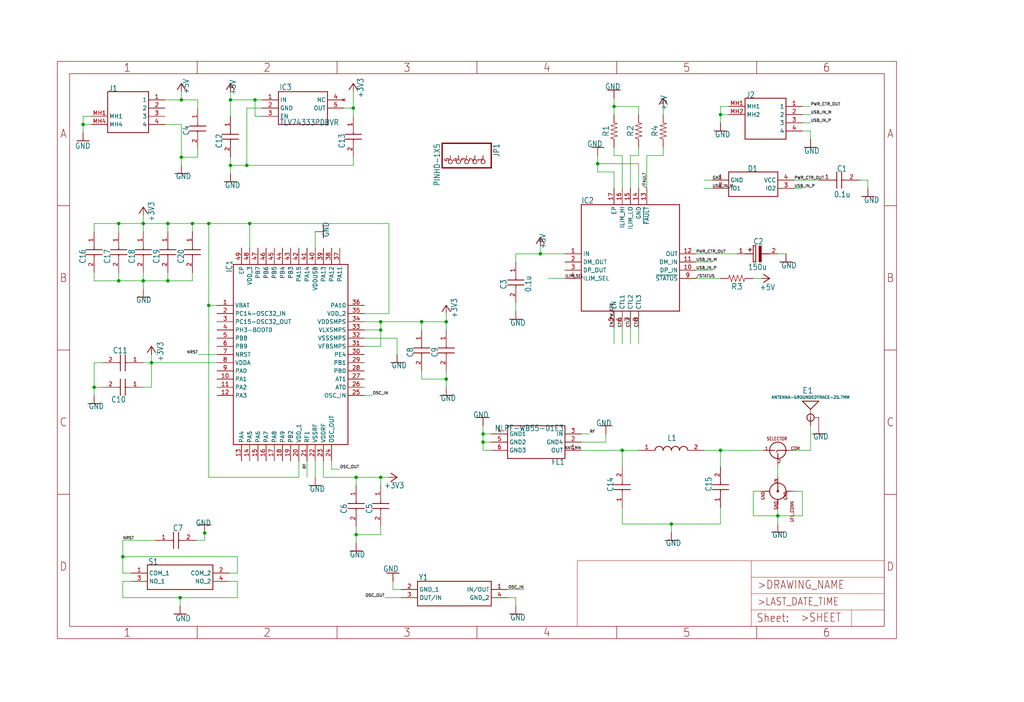
<source format=kicad_sch>
(kicad_sch (version 20211123) (generator eeschema)
  (paper "User" 317.678 217.881)
  (junction (at 130.81 99.822))
  (junction (at 36.83 87.122))
  (junction (at 110.49 148.082))
  (junction (at 193.04 139.7))
  (junction (at 110.49 165.862))
  (junction (at 118.11 102.362))
  (junction (at 118.11 99.822))
  (junction (at 44.45 69.342))
  (junction (at 109.601 33.528))
  (junction (at 167.64 78.74))
  (junction (at 71.501 30.988))
  (junction (at 38.1 172.72))
  (junction (at 64.77 69.342))
  (junction (at 208.28 162.56))
  (junction (at 25.781 38.608))
  (junction (at 79.121 30.988))
  (junction (at 59.69 69.342))
  (junction (at 63.5 165.354))
  (junction (at 76.581 51.308))
  (junction (at 149.86 134.62))
  (junction (at 55.88 185.42))
  (junction (at 241.3 160.02))
  (junction (at 149.86 137.16))
  (junction (at 44.45 87.122))
  (junction (at 64.77 94.742))
  (junction (at 118.11 148.082))
  (junction (at 77.47 69.342))
  (junction (at 29.21 120.142))
  (junction (at 52.07 87.122))
  (junction (at 46.99 112.522))
  (junction (at 56.261 48.768))
  (junction (at 138.43 117.602))
  (junction (at 138.43 99.822))
  (junction (at 52.07 69.342))
  (junction (at 36.83 69.342))
  (junction (at 185.42 50.8))
  (junction (at 190.5 33.02))
  (junction (at 56.261 30.988))
  (junction (at 223.52 139.7))
  (junction (at 71.501 51.308))
  (junction (at 223.52 35.56))
  (wire (pts (xy 241.3 78.74) (xy 243.84 78.74)))
  (wire (pts (xy 138.43 97.282) (xy 138.43 99.822)))
  (wire (pts (xy 59.69 87.122) (xy 52.07 87.122)))
  (wire (pts (xy 113.03 104.902) (xy 123.19 104.902)))
  (wire (pts (xy 63.5 167.64) (xy 63.5 165.354)))
  (wire (pts (xy 175.26 78.74) (xy 167.64 78.74)))
  (wire (pts (xy 79.121 30.988) (xy 71.501 30.988)))
  (wire (pts (xy 44.45 112.522) (xy 46.99 112.522)))
  (wire (pts (xy 195.58 48.26) (xy 195.58 58.42)))
  (wire (pts (xy 248.92 35.56) (xy 251.46 35.56)))
  (wire (pts (xy 118.11 150.622) (xy 118.11 148.082)))
  (wire (pts (xy 200.66 48.26) (xy 200.66 58.42)))
  (wire (pts (xy 193.04 157.48) (xy 193.04 162.56)))
  (wire (pts (xy 223.52 38.1) (xy 223.52 35.56)))
  (wire (pts (xy 73.66 177.8) (xy 71.12 177.8)))
  (wire (pts (xy 198.12 35.56) (xy 198.12 33.02)))
  (wire (pts (xy 233.68 86.36) (xy 236.22 86.36)))
  (wire (pts (xy 246.38 58.42) (xy 248.92 58.42)))
  (wire (pts (xy 59.69 71.882) (xy 59.69 69.342)))
  (wire (pts (xy 61.341 48.768) (xy 56.261 48.768)))
  (wire (pts (xy 44.45 120.142) (xy 46.99 120.142)))
  (wire (pts (xy 29.21 84.582) (xy 29.21 87.122)))
  (wire (pts (xy 118.11 165.862) (xy 110.49 165.862)))
  (wire (pts (xy 193.04 139.7) (xy 180.34 139.7)))
  (wire (pts (xy 220.98 58.42) (xy 218.44 58.42)))
  (wire (pts (xy 180.34 134.62) (xy 182.88 134.62)))
  (wire (pts (xy 40.64 180.34) (xy 38.1 180.34)))
  (wire (pts (xy 38.1 185.42) (xy 55.88 185.42)))
  (wire (pts (xy 44.45 87.122) (xy 36.83 87.122)))
  (wire (pts (xy 46.99 120.142) (xy 46.99 112.522)))
  (wire (pts (xy 81.28 36.068) (xy 79.121 36.068)))
  (wire (pts (xy 130.81 117.602) (xy 138.43 117.602)))
  (wire (pts (xy 44.45 84.582) (xy 44.45 87.122)))
  (wire (pts (xy 79.121 36.068) (xy 79.121 30.988)))
  (wire (pts (xy 64.77 94.742) (xy 67.31 94.742)))
  (wire (pts (xy 149.86 137.16) (xy 149.86 134.62)))
  (wire (pts (xy 175.26 86.36) (xy 170.18 86.36)))
  (wire (pts (xy 248.92 33.02) (xy 251.46 33.02)))
  (wire (pts (xy 31.75 112.522) (xy 29.21 112.522)))
  (wire (pts (xy 251.46 43.18) (xy 251.46 40.64)))
  (wire (pts (xy 118.11 107.442) (xy 118.11 102.362)))
  (wire (pts (xy 266.7 55.88) (xy 269.24 55.88)))
  (wire (pts (xy 120.65 97.282) (xy 120.65 69.342)))
  (wire (pts (xy 160.02 185.42) (xy 160.02 187.96)))
  (wire (pts (xy 149.86 139.7) (xy 149.86 137.16)))
  (wire (pts (xy 198.12 139.7) (xy 193.04 139.7)))
  (wire (pts (xy 97.79 143.002) (xy 97.79 148.082)))
  (wire (pts (xy 241.3 147.94) (xy 241.3 144.16)))
  (wire (pts (xy 193.04 162.56) (xy 208.28 162.56)))
  (wire (pts (xy 130.81 99.822) (xy 118.11 99.822)))
  (wire (pts (xy 208.28 162.56) (xy 223.52 162.56)))
  (wire (pts (xy 167.64 78.74) (xy 167.64 76.2)))
  (wire (pts (xy 46.99 109.982) (xy 46.99 112.522)))
  (wire (pts (xy 95.25 143.002) (xy 95.25 148.082)))
  (wire (pts (xy 71.501 51.308) (xy 71.501 53.848)))
  (wire (pts (xy 130.81 115.062) (xy 130.81 117.602)))
  (wire (pts (xy 269.24 55.88) (xy 269.24 58.42)))
  (wire (pts (xy 123.19 104.902) (xy 123.19 109.982)))
  (wire (pts (xy 109.601 33.528) (xy 109.601 36.068)))
  (wire (pts (xy 92.71 143.002) (xy 92.71 148.082)))
  (wire (pts (xy 71.501 30.988) (xy 71.501 36.068)))
  (wire (pts (xy 52.07 84.582) (xy 52.07 87.122)))
  (wire (pts (xy 228.6 78.74) (xy 215.9 78.74)))
  (wire (pts (xy 236.84 139.7) (xy 223.52 139.7)))
  (wire (pts (xy 55.88 185.42) (xy 55.88 187.96)))
  (wire (pts (xy 55.88 185.42) (xy 73.66 185.42)))
  (wire (pts (xy 233.68 160.02) (xy 241.3 160.02)))
  (wire (pts (xy 25.781 36.068) (xy 28.321 36.068)))
  (wire (pts (xy 44.45 89.662) (xy 44.45 87.122)))
  (wire (pts (xy 190.5 35.56) (xy 190.5 33.02)))
  (wire (pts (xy 73.66 185.42) (xy 73.66 180.34)))
  (wire (pts (xy 29.21 120.142) (xy 29.21 112.522)))
  (wire (pts (xy 198.12 101.6) (xy 198.12 106.68)))
  (wire (pts (xy 44.45 66.802) (xy 44.45 69.342)))
  (wire (pts (xy 215.9 81.28) (xy 220.98 81.28)))
  (wire (pts (xy 109.601 48.768) (xy 109.601 51.308)))
  (wire (pts (xy 233.68 152.4) (xy 233.68 160.02)))
  (wire (pts (xy 36.83 69.342) (xy 36.83 71.882)))
  (wire (pts (xy 56.261 30.988) (xy 61.341 30.988)))
  (wire (pts (xy 106.68 33.528) (xy 109.601 33.528)))
  (wire (pts (xy 38.1 180.34) (xy 38.1 185.42)))
  (wire (pts (xy 152.4 139.7) (xy 149.86 139.7)))
  (wire (pts (xy 138.43 99.822) (xy 130.81 99.822)))
  (wire (pts (xy 124.46 182.88) (xy 121.92 182.88)))
  (wire (pts (xy 160.02 78.74) (xy 167.64 78.74)))
  (wire (pts (xy 29.21 69.342) (xy 36.83 69.342)))
  (wire (pts (xy 38.1 172.72) (xy 73.66 172.72)))
  (wire (pts (xy 120.65 69.342) (xy 77.47 69.342)))
  (wire (pts (xy 113.03 99.822) (xy 118.11 99.822)))
  (wire (pts (xy 195.58 101.6) (xy 195.58 106.68)))
  (wire (pts (xy 44.45 69.342) (xy 36.83 69.342)))
  (wire (pts (xy 226.06 33.02) (xy 223.52 33.02)))
  (wire (pts (xy 193.04 48.26) (xy 193.04 58.42)))
  (wire (pts (xy 52.07 87.122) (xy 44.45 87.122)))
  (wire (pts (xy 51.181 30.988) (xy 56.261 30.988)))
  (wire (pts (xy 51.181 38.608) (xy 56.261 38.608)))
  (wire (pts (xy 138.43 120.142) (xy 138.43 117.602)))
  (wire (pts (xy 223.52 33.02) (xy 223.52 35.56)))
  (wire (pts (xy 25.781 38.608) (xy 25.781 36.068)))
  (wire (pts (xy 52.07 69.342) (xy 44.45 69.342)))
  (wire (pts (xy 160.02 93.98) (xy 160.02 96.52)))
  (wire (pts (xy 28.321 38.608) (xy 25.781 38.608)))
  (wire (pts (xy 67.31 109.982) (xy 61.468 109.982)))
  (wire (pts (xy 97.79 76.962) (xy 97.79 71.882)))
  (wire (pts (xy 190.5 33.02) (xy 190.5 30.48)))
  (wire (pts (xy 71.501 48.768) (xy 71.501 51.308)))
  (wire (pts (xy 38.1 167.64) (xy 38.1 172.72)))
  (wire (pts (xy 138.43 102.362) (xy 138.43 99.822)))
  (wire (pts (xy 81.28 30.988) (xy 79.121 30.988)))
  (wire (pts (xy 61.341 46.228) (xy 61.341 48.768)))
  (wire (pts (xy 100.33 143.002) (xy 100.33 148.082)))
  (wire (pts (xy 190.5 58.42) (xy 190.5 53.34)))
  (wire (pts (xy 138.43 117.602) (xy 138.43 115.062)))
  (wire (pts (xy 81.28 33.528) (xy 76.581 33.528)))
  (wire (pts (xy 160.02 81.28) (xy 160.02 78.74)))
  (wire (pts (xy 48.26 167.64) (xy 38.1 167.64)))
  (wire (pts (xy 59.69 69.342) (xy 52.07 69.342)))
  (wire (pts (xy 223.52 35.56) (xy 226.06 35.56)))
  (wire (pts (xy 100.33 148.082) (xy 110.49 148.082)))
  (wire (pts (xy 118.11 102.362) (xy 113.03 102.362)))
  (wire (pts (xy 38.1 177.8) (xy 38.1 172.72)))
  (wire (pts (xy 113.03 122.682) (xy 115.57 122.682)))
  (wire (pts (xy 29.21 87.122) (xy 36.83 87.122)))
  (wire (pts (xy 130.81 102.362) (xy 130.81 99.822)))
  (wire (pts (xy 220.98 55.88) (xy 218.44 55.88)))
  (wire (pts (xy 64.77 148.082) (xy 64.77 94.742)))
  (wire (pts (xy 198.12 33.02) (xy 190.5 33.02)))
  (wire (pts (xy 102.87 145.542) (xy 105.41 145.542)))
  (wire (pts (xy 215.9 86.36) (xy 223.52 86.36)))
  (wire (pts (xy 64.77 94.742) (xy 64.77 69.342)))
  (wire (pts (xy 63.5 165.354) (xy 63.5 165.1)))
  (wire (pts (xy 187.96 134.62) (xy 187.96 137.16)))
  (wire (pts (xy 77.47 69.342) (xy 77.47 76.962)))
  (wire (pts (xy 124.46 185.42) (xy 119.38 185.42)))
  (wire (pts (xy 110.49 163.322) (xy 110.49 165.862)))
  (wire (pts (xy 190.5 101.6) (xy 190.5 106.68)))
  (wire (pts (xy 223.52 162.56) (xy 223.52 157.48)))
  (wire (pts (xy 25.781 41.148) (xy 25.781 38.608)))
  (wire (pts (xy 241.3 160.02) (xy 241.3 162.56)))
  (wire (pts (xy 198.12 48.26) (xy 195.58 48.26)))
  (wire (pts (xy 73.66 180.34) (xy 71.12 180.34)))
  (wire (pts (xy 52.07 71.882) (xy 52.07 69.342)))
  (wire (pts (xy 205.74 35.56) (xy 205.74 33.02)))
  (wire (pts (xy 113.03 107.442) (xy 118.11 107.442)))
  (wire (pts (xy 246.76 152.4) (xy 248.92 152.4)))
  (wire (pts (xy 248.92 152.4) (xy 248.92 160.02)))
  (wire (pts (xy 118.11 148.082) (xy 110.49 148.082)))
  (wire (pts (xy 245.76 139.7) (xy 251.46 139.7)))
  (wire (pts (xy 223.52 139.7) (xy 223.52 144.78)))
  (wire (pts (xy 29.21 122.682) (xy 29.21 120.142)))
  (wire (pts (xy 113.03 97.282) (xy 120.65 97.282)))
  (wire (pts (xy 29.21 71.882) (xy 29.21 69.342)))
  (wire (pts (xy 205.74 48.26) (xy 200.66 48.26)))
  (wire (pts (xy 208.28 162.56) (xy 208.28 165.1)))
  (wire (pts (xy 71.501 30.988) (xy 71.501 28.448)))
  (wire (pts (xy 235.84 152.4) (xy 233.68 152.4)))
  (wire (pts (xy 187.96 137.16) (xy 180.34 137.16)))
  (wire (pts (xy 185.42 53.34) (xy 190.5 53.34)))
  (wire (pts (xy 102.87 143.002) (xy 102.87 145.542)))
  (wire (pts (xy 118.11 148.082) (xy 120.65 148.082)))
  (wire (pts (xy 44.45 71.882) (xy 44.45 69.342)))
  (wire (pts (xy 157.48 182.88) (xy 162.56 182.88)))
  (wire (pts (xy 193.04 139.7) (xy 193.04 144.78)))
  (wire (pts (xy 152.4 134.62) (xy 149.86 134.62)))
  (wire (pts (xy 118.11 163.322) (xy 118.11 165.862)))
  (wire (pts (xy 59.69 84.582) (xy 59.69 87.122)))
  (wire (pts (xy 36.83 87.122) (xy 36.83 84.582)))
  (wire (pts (xy 76.581 33.528) (xy 76.581 51.308)))
  (wire (pts (xy 157.48 185.42) (xy 160.02 185.42)))
  (wire (pts (xy 31.75 120.142) (xy 29.21 120.142)))
  (wire (pts (xy 76.581 51.308) (xy 71.501 51.308)))
  (wire (pts (xy 190.5 45.72) (xy 190.5 48.26)))
  (wire (pts (xy 254 55.88) (xy 246.38 55.88)))
  (wire (pts (xy 215.9 83.82) (xy 220.98 83.82)))
  (wire (pts (xy 218.44 139.7) (xy 223.52 139.7)))
  (wire (pts (xy 185.42 48.26) (xy 185.42 50.8)))
  (wire (pts (xy 193.04 101.6) (xy 193.04 106.68)))
  (wire (pts (xy 198.12 45.72) (xy 198.12 48.26)))
  (wire (pts (xy 77.47 69.342) (xy 64.77 69.342)))
  (wire (pts (xy 251.46 139.7) (xy 251.46 132.08)))
  (wire (pts (xy 248.92 160.02) (xy 241.3 160.02)))
  (wire (pts (xy 198.12 58.42) (xy 198.12 50.8)))
  (wire (pts (xy 64.77 69.342) (xy 59.69 69.342)))
  (wire (pts (xy 73.66 172.72) (xy 73.66 177.8)))
  (wire (pts (xy 190.5 48.26) (xy 193.04 48.26)))
  (wire (pts (xy 109.601 51.308) (xy 76.581 51.308)))
  (wire (pts (xy 60.96 167.64) (xy 63.5 167.64)))
  (wire (pts (xy 40.64 177.8) (xy 38.1 177.8)))
  (wire (pts (xy 152.4 137.16) (xy 149.86 137.16)))
  (wire (pts (xy 149.86 134.62) (xy 149.86 132.08)))
  (wire (pts (xy 248.92 38.1) (xy 251.46 38.1)))
  (wire (pts (xy 205.74 45.72) (xy 205.74 48.26)))
  (wire (pts (xy 56.261 28.448) (xy 56.261 30.988)))
  (wire (pts (xy 241.3 160.02) (xy 241.3 157.86)))
  (wire (pts (xy 121.92 182.88) (xy 121.92 180.34)))
  (wire (pts (xy 92.71 148.082) (xy 64.77 148.082)))
  (wire (pts (xy 110.49 165.862) (xy 110.49 168.402)))
  (wire (pts (xy 248.92 40.64) (xy 251.46 40.64)))
  (wire (pts (xy 118.11 99.822) (xy 118.11 102.362)))
  (wire (pts (xy 198.12 50.8) (xy 185.42 50.8)))
  (wire (pts (xy 185.42 50.8) (xy 185.42 53.34)))
  (wire (pts (xy 56.261 51.308) (xy 56.261 48.768)))
  (wire (pts (xy 56.261 48.768) (xy 56.261 38.608)))
  (wire (pts (xy 109.601 28.448) (xy 109.601 33.528)))
  (wire (pts (xy 61.341 33.528) (xy 61.341 30.988)))
  (wire (pts (xy 67.31 112.522) (xy 46.99 112.522)))
  (wire (pts (xy 110.49 148.082) (xy 110.49 150.622)))
  (label "ANT_MN" (at 180.34 139.7 180) (effects (font (size 0.889 0.889))))
  (label "OSC_OUT" (at 105.41 145.542 0) (effects (font (size 0.889 0.889))))
  (label "/FAULT" (at 200.66 58.42 90) (effects (font (size 0.889 0.889))))
  (label "NRST" (at 38.1 167.64 0) (effects (font (size 0.889 0.889))))
  (label "NRST" (at 61.468 109.982 180) (effects (font (size 0.889 0.889))))
  (label "USB_IN_M" (at 220.98 58.42 0) (effects (font (size 0.889 0.889))))
  (label "GND" (at 220.98 55.88 0) (effects (font (size 0.889 0.889))))
  (label "PWR_CTR_OUT" (at 251.46 33.02 0) (effects (font (size 0.889 0.889))))
  (label "PWR_CTR_OUT" (at 215.9 78.74 0) (effects (font (size 0.889 0.889))))
  (label "USB_IN_M" (at 215.9 81.28 0) (effects (font (size 0.889 0.889))))
  (label "USB_IN_M" (at 251.46 35.56 0) (effects (font (size 0.889 0.889))))
  (label "RF" (at 182.88 134.62 0) (effects (font (size 0.889 0.889))))
  (label "CTL2" (at 195.58 101.6 90) (effects (font (size 0.889 0.889))))
  (label "OSC_IN" (at 115.57 122.682 0) (effects (font (size 0.889 0.889))))
  (label "OSC_OUT" (at 119.38 185.42 180) (effects (font (size 0.889 0.889))))
  (label "USB_IN_P" (at 215.9 83.82 0) (effects (font (size 0.889 0.889))))
  (label "USB_IN_P" (at 246.38 58.42 0) (effects (font (size 0.889 0.889))))
  (label "ILIM_SEL" (at 175.26 86.36 0) (effects (font (size 0.889 0.889))))
  (label "OSC_IN" (at 162.56 182.88 180) (effects (font (size 0.889 0.889))))
  (label "PWR_CTR_OUT" (at 246.38 55.88 0) (effects (font (size 0.889 0.889))))
  (label "USB_IN_P" (at 251.46 38.1 0) (effects (font (size 0.889 0.889))))
  (label "CTL3" (at 198.12 101.6 90) (effects (font (size 0.889 0.889))))
  (label "EN_PW_CTR" (at 190.5 101.6 90) (effects (font (size 0.889 0.889))))
  (label "/STATUS" (at 215.9 86.36 0) (effects (font (size 0.889 0.889))))
  (label "CTL1" (at 193.04 101.6 90) (effects (font (size 0.889 0.889))))
  (label "RF" (at 95.25 145.542 90) (effects (font (size 0.889 0.889))))
  (symbol (lib_id "Dongle_charger-eagle-import:TPSD157K010R0100") (at 228.6 78.74 0) (unit 1)
    (property "Reference" "C2" (at 233.68 74.93 0) (effects (font (size 1.778 1.5113)) (justify left)))
    (property "Value" "150u" (at 235.0008 82.8548 0) (effects (font (size 1.778 1.5113))))
    (property "Footprint" "FootprintInternet:CAPPM7343X310N" (effects hide))
  )
  (symbol (lib_id "Dongle_charger-eagle-import:GND") (at 269.24 60.96 0) (unit 1)
    (property "Reference" "#GND03" (effects hide))
    (property "Value" "GND" (at 267.97 62.992 0) (effects (font (size 1.778 1.5113)) (justify left bottom)))
    (property "Footprint" "Dongle_charger:" (effects hide))
  )
  (symbol (lib_id "Dongle_charger-eagle-import:+3V3") (at 46.99 107.442 0) (unit 1)
    (property "Reference" "#+3V04" (effects hide))
    (property "Value" "+3V3" (at 48.768 105.918 90) (effects (font (size 1.778 1.5113)) (justify right top)))
    (property "Footprint" "Dongle_charger:" (effects hide))
  )
  (symbol (lib_id "Dongle_charger-eagle-import:CL21A106KOQNNNE") (at 61.341 33.528 270) (unit 1)
    (property "Reference" "C4" (at 57.785 38.862 0) (effects (font (size 1.778 1.5113)) (justify left)))
    (property "Value" "10u" (effects hide))
    (property "Footprint" "Capacitor_SMD:C_0805_2012Metric" (effects hide))
  )
  (symbol (lib_id "Dongle_charger-eagle-import:C0603C104K5RAC7867") (at 36.83 71.882 270) (unit 1)
    (property "Reference" "C17" (at 33.274 77.216 0) (effects (font (size 1.778 1.5113)) (justify left)))
    (property "Value" "0.1u" (effects hide))
    (property "Footprint" "Capacitor_SMD:C_0603_1608Metric" (effects hide))
  )
  (symbol (lib_id "Dongle_charger-eagle-import:PINHD-1X5") (at 144.78 50.8 270) (unit 1)
    (property "Reference" "JP1" (at 153.035 44.45 0) (effects (font (size 1.778 1.5113)) (justify left bottom)))
    (property "Value" "PINHD-1X5" (at 134.62 44.45 0) (effects (font (size 1.778 1.5113)) (justify left bottom)))
    (property "Footprint" "Connector_PinHeader_2.54mm:PinHeader_1x05_P2.54mm_Vertical" (effects hide))
  )
  (symbol (lib_id "Dongle_charger-eagle-import:GND") (at 208.28 167.64 0) (unit 1)
    (property "Reference" "#GND024" (effects hide))
    (property "Value" "GND" (at 206.502 169.418 0) (effects (font (size 1.778 1.5113)) (justify left bottom)))
    (property "Footprint" "Dongle_charger:" (effects hide))
  )
  (symbol (lib_id "Dongle_charger-eagle-import:PTS526_SM15_SMTR2_LFS") (at 40.64 177.8 0) (unit 1)
    (property "Reference" "S1" (at 45.974 174.244 0) (effects (font (size 1.778 1.5113)) (justify left)))
    (property "Value" "PTS526_SM15_SMTR2_LFS" (effects hide))
    (property "Footprint" "Dongle_charger:PTS526SM15SMTR2LFS" (effects hide))
  )
  (symbol (lib_id "Dongle_charger-eagle-import:ECS-320-8-37-CKM-TR3") (at 157.48 185.42 180) (unit 1)
    (property "Reference" "Y1" (at 132.842 179.07 0) (effects (font (size 1.778 1.5113)) (justify left)))
    (property "Value" "ECS-320-8-37-CKM-TR3" (effects hide))
    (property "Footprint" "FootprintInternet:XTAL_ECS-320-8-37-CKM-TR3" (effects hide))
  )
  (symbol (lib_id "Dongle_charger-eagle-import:GRT188R6YA475KE13J") (at 130.81 102.362 270) (unit 1)
    (property "Reference" "C8" (at 127.254 107.696 0) (effects (font (size 1.778 1.5113)) (justify left)))
    (property "Value" "4.7u" (effects hide))
    (property "Footprint" "Capacitor_SMD:C_0603_1608Metric" (effects hide))
  )
  (symbol (lib_id "Dongle_charger-eagle-import:GND") (at 121.92 177.8 180) (unit 1)
    (property "Reference" "#GND018" (effects hide))
    (property "Value" "GND" (at 123.698 175.514 0) (effects (font (size 1.778 1.5113)) (justify left bottom)))
    (property "Footprint" "Dongle_charger:" (effects hide))
  )
  (symbol (lib_id "Dongle_charger-eagle-import:GND") (at 56.261 53.848 0) (unit 1)
    (property "Reference" "#GND02" (effects hide))
    (property "Value" "GND" (at 54.483 55.626 0) (effects (font (size 1.778 1.5113)) (justify left bottom)))
    (property "Footprint" "Dongle_charger:" (effects hide))
  )
  (symbol (lib_id "Dongle_charger-eagle-import:+5V") (at 56.261 25.908 0) (unit 1)
    (property "Reference" "#P+04" (effects hide))
    (property "Value" "+5V" (at 56.769 24.384 90) (effects (font (size 1.778 1.5113)) (justify right top)))
    (property "Footprint" "Dongle_charger:" (effects hide))
  )
  (symbol (lib_id "Dongle_charger-eagle-import:1.8MOHM") (at 228.6 86.36 180) (unit 1)
    (property "Reference" "R3" (at 228.6 87.884 0) (effects (font (size 1.778 1.778)) (justify bottom)))
    (property "Value" "80.6K" (effects hide))
    (property "Footprint" "Resistor_SMD:R_0603_1608Metric" (effects hide))
  )
  (symbol (lib_id "Dongle_charger-eagle-import:+5V") (at 71.501 25.908 0) (unit 1)
    (property "Reference" "#P+06" (effects hide))
    (property "Value" "+5V" (at 71.247 24.638 90) (effects (font (size 1.778 1.5113)) (justify right top)))
    (property "Footprint" "Dongle_charger:" (effects hide))
  )
  (symbol (lib_id "Dongle_charger-eagle-import:GND") (at 138.43 122.682 0) (unit 1)
    (property "Reference" "#GND013" (effects hide))
    (property "Value" "GND" (at 136.652 124.46 0) (effects (font (size 1.778 1.5113)) (justify left bottom)))
    (property "Footprint" "Dongle_charger:" (effects hide))
  )
  (symbol (lib_id "Dongle_charger-eagle-import:GCM1555G1H1R0CA16D") (at 223.52 157.48 90) (unit 1)
    (property "Reference" "C15" (at 219.837 152.527 0) (effects (font (size 1.778 1.5113)) (justify left)))
    (property "Value" "GCM1555G1H1R0CA16D" (effects hide))
    (property "Footprint" "Capacitor_SMD:C_0402_1005Metric" (effects hide))
  )
  (symbol (lib_id "Dongle_charger-eagle-import:MLPF-WB55-01E3") (at 180.34 139.7 180) (unit 1)
    (property "Reference" "FL1" (at 175.26 143.256 0) (effects (font (size 1.778 1.5113)) (justify left)))
    (property "Value" "MLPF-WB55-01E3" (at 175.006 132.842 0) (effects (font (size 1.778 1.5113)) (justify left)))
    (property "Footprint" "Dongle_charger:MLPFWB5501E3" (effects hide))
  )
  (symbol (lib_id "Dongle_charger-eagle-import:C0603C104K5RAC7867") (at 59.69 71.882 270) (unit 1)
    (property "Reference" "C20" (at 56.134 77.216 0) (effects (font (size 1.778 1.5113)) (justify left)))
    (property "Value" "0.1u" (effects hide))
    (property "Footprint" "Capacitor_SMD:C_0603_1608Metric" (effects hide))
  )
  (symbol (lib_id "Dongle_charger-eagle-import:C0603C105K3PAC") (at 71.501 36.068 270) (unit 1)
    (property "Reference" "C12" (at 67.945 41.402 0) (effects (font (size 1.778 1.5113)) (justify left)))
    (property "Value" "1u" (effects hide))
    (property "Footprint" "Capacitor_SMD:C_0603_1608Metric" (effects hide))
  )
  (symbol (lib_id "Dongle_charger-eagle-import:GND") (at 187.96 132.08 180) (unit 1)
    (property "Reference" "#GND023" (effects hide))
    (property "Value" "GND" (at 189.738 130.302 0) (effects (font (size 1.778 1.5113)) (justify left bottom)))
    (property "Footprint" "Dongle_charger:" (effects hide))
  )
  (symbol (lib_id "Dongle_charger-eagle-import:3_PIN_RES") (at 241.3 139.7 0) (unit 1)
    (property "Reference" "SEL1" (effects hide))
    (property "Value" "3_PIN_RES" (effects hide))
    (property "Footprint" "Dongle_charger:3_PAD_RES" (effects hide))
  )
  (symbol (lib_id "Dongle_charger-eagle-import:1.8MOHM") (at 205.74 40.64 90) (unit 1)
    (property "Reference" "R4" (at 204.216 40.64 0) (effects (font (size 1.778 1.778)) (justify bottom)))
    (property "Value" "80.6K" (effects hide))
    (property "Footprint" "Resistor_SMD:R_0603_1608Metric" (effects hide))
  )
  (symbol (lib_id "Dongle_charger-eagle-import:GND") (at 29.21 125.222 0) (unit 1)
    (property "Reference" "#GND015" (effects hide))
    (property "Value" "GND" (at 27.432 127 0) (effects (font (size 1.778 1.5113)) (justify left bottom)))
    (property "Footprint" "Dongle_charger:" (effects hide))
  )
  (symbol (lib_id "Dongle_charger-eagle-import:C0603C104K5RAC7867") (at 160.02 81.28 270) (unit 1)
    (property "Reference" "C3" (at 156.21 86.614 0) (effects (font (size 1.778 1.5113)) (justify left)))
    (property "Value" "0.1u" (at 163.8808 85.4456 0) (effects (font (size 1.778 1.5113)) (justify left)))
    (property "Footprint" "Capacitor_SMD:C_0603_1608Metric" (effects hide))
  )
  (symbol (lib_id "Dongle_charger-eagle-import:GND") (at 254 134.62 0) (unit 1)
    (property "Reference" "#GND025" (effects hide))
    (property "Value" "GND" (at 252.222 136.398 0) (effects (font (size 1.778 1.5113)) (justify left bottom)))
    (property "Footprint" "Dongle_charger:" (effects hide))
  )
  (symbol (lib_id "Dongle_charger-eagle-import:LMF105B7104MVHF") (at 110.49 150.622 270) (unit 1)
    (property "Reference" "C6" (at 106.68 156.21 0) (effects (font (size 1.778 1.5113)) (justify left)))
    (property "Value" "100n" (effects hide))
    (property "Footprint" "Capacitor_SMD:C_0402_1005Metric" (effects hide))
  )
  (symbol (lib_id "Dongle_charger-eagle-import:CL10A105KA8NNNC") (at 44.45 112.522 180) (unit 1)
    (property "Reference" "C11" (at 39.624 108.712 0) (effects (font (size 1.778 1.5113)) (justify left)))
    (property "Value" "1u" (effects hide))
    (property "Footprint" "Capacitor_SMD:C_0603_1608Metric" (effects hide))
  )
  (symbol (lib_id "Dongle_charger-eagle-import:C0603C104K5RAC7867") (at 48.26 167.64 0) (unit 1)
    (property "Reference" "C7" (at 53.594 163.83 0) (effects (font (size 1.778 1.5113)) (justify left)))
    (property "Value" "0.1u" (effects hide))
    (property "Footprint" "Capacitor_SMD:C_0402_1005Metric" (effects hide))
  )
  (symbol (lib_id "Dongle_charger-eagle-import:GND") (at 149.86 129.54 180) (unit 1)
    (property "Reference" "#GND022" (effects hide))
    (property "Value" "GND" (at 151.638 127.762 0) (effects (font (size 1.778 1.5113)) (justify left bottom)))
    (property "Footprint" "Dongle_charger:" (effects hide))
  )
  (symbol (lib_id "Dongle_charger-eagle-import:GND") (at 223.52 40.64 0) (unit 1)
    (property "Reference" "#GND08" (effects hide))
    (property "Value" "GND" (at 221.742 42.672 0) (effects (font (size 1.778 1.5113)) (justify left bottom)))
    (property "Footprint" "Dongle_charger:" (effects hide))
  )
  (symbol (lib_id "Dongle_charger-eagle-import:GND") (at 100.33 71.882 90) (unit 1)
    (property "Reference" "#GND012" (effects hide))
    (property "Value" "GND" (at 102.108 73.66 0) (effects (font (size 1.778 1.5113)) (justify left bottom)))
    (property "Footprint" "Dongle_charger:" (effects hide))
  )
  (symbol (lib_id "Dongle_charger-eagle-import:GND") (at 251.46 45.72 0) (unit 1)
    (property "Reference" "#GND07" (effects hide))
    (property "Value" "GND" (at 249.428 47.752 0) (effects (font (size 1.778 1.5113)) (justify left bottom)))
    (property "Footprint" "Dongle_charger:" (effects hide))
  )
  (symbol (lib_id "Dongle_charger-eagle-import:1.8MOHM") (at 198.12 40.64 90) (unit 1)
    (property "Reference" "R2" (at 196.596 40.64 0) (effects (font (size 1.778 1.778)) (justify bottom)))
    (property "Value" "80.6K" (effects hide))
    (property "Footprint" "Resistor_SMD:R_0603_1608Metric" (effects hide))
  )
  (symbol (lib_id "Dongle_charger-eagle-import:GND") (at 44.45 92.202 0) (unit 1)
    (property "Reference" "#GND019" (effects hide))
    (property "Value" "GND" (at 42.164 93.98 0) (effects (font (size 1.778 1.5113)) (justify left bottom)))
    (property "Footprint" "Dongle_charger:" (effects hide))
  )
  (symbol (lib_id "Dongle_charger-eagle-import:+3V3") (at 123.19 148.082 270) (unit 1)
    (property "Reference" "#+3V01" (effects hide))
    (property "Value" "+3V3" (at 125.476 149.606 90) (effects (font (size 1.778 1.5113)) (justify right top)))
    (property "Footprint" "Dongle_charger:" (effects hide))
  )
  (symbol (lib_id "Dongle_charger-eagle-import:GND") (at 71.501 56.388 0) (unit 1)
    (property "Reference" "#GND016" (effects hide))
    (property "Value" "GND" (at 69.723 58.42 0) (effects (font (size 1.778 1.5113)) (justify left bottom)))
    (property "Footprint" "Dongle_charger:" (effects hide))
  )
  (symbol (lib_id "Dongle_charger-eagle-import:+5V") (at 205.74 30.48 0) (unit 1)
    (property "Reference" "#P+02" (effects hide))
    (property "Value" "+5V" (at 204.978 29.464 90) (effects (font (size 1.778 1.5113)) (justify right top)))
    (property "Footprint" "Dongle_charger:" (effects hide))
  )
  (symbol (lib_id "Dongle_charger-eagle-import:+3V3") (at 44.45 64.262 0) (unit 1)
    (property "Reference" "#+3V07" (effects hide))
    (property "Value" "+3V3" (at 45.974 62.484 90) (effects (font (size 1.778 1.5113)) (justify right top)))
    (property "Footprint" "Dongle_charger:" (effects hide))
  )
  (symbol (lib_id "Dongle_charger-eagle-import:GND") (at 55.88 190.5 0) (unit 1)
    (property "Reference" "#GND021" (effects hide))
    (property "Value" "GND" (at 54.356 192.786 0) (effects (font (size 1.778 1.5113)) (justify left bottom)))
    (property "Footprint" "Dongle_charger:" (effects hide))
  )
  (symbol (lib_id "Dongle_charger-eagle-import:GCM1555G1H1R0CA16D") (at 193.04 157.48 90) (unit 1)
    (property "Reference" "C14" (at 189.357 152.654 0) (effects (font (size 1.778 1.5113)) (justify left)))
    (property "Value" "GCM1555G1H1R0CA16D" (effects hide))
    (property "Footprint" "Capacitor_SMD:C_0402_1005Metric" (effects hide))
  )
  (symbol (lib_id "Dongle_charger-eagle-import:ATFC-0402-2N5-BT") (at 198.12 139.7 0) (unit 1)
    (property "Reference" "L1" (at 207.01 135.89 0) (effects (font (size 1.778 1.5113)) (justify left)))
    (property "Value" "ATFC-0402-2N5-BT" (effects hide))
    (property "Footprint" "Inductor_SMD:L_0402_1005Metric" (effects hide))
  )
  (symbol (lib_id "Dongle_charger-eagle-import:C0603C104K5RAC7867") (at 138.43 102.362 270) (unit 1)
    (property "Reference" "C9" (at 134.874 107.696 0) (effects (font (size 1.778 1.5113)) (justify left)))
    (property "Value" "0.1u" (effects hide))
    (property "Footprint" "Capacitor_SMD:C_0603_1608Metric" (effects hide))
  )
  (symbol (lib_id "Dongle_charger-eagle-import:GND") (at 160.02 99.06 0) (unit 1)
    (property "Reference" "#GND06" (effects hide))
    (property "Value" "GND" (at 158.242 101.092 0) (effects (font (size 1.778 1.5113)) (justify left bottom)))
    (property "Footprint" "Dongle_charger:" (effects hide))
  )
  (symbol (lib_id "Dongle_charger-eagle-import:USB1061-GF-L-A") (at 28.321 38.608 0) (mirror x) (unit 1)
    (property "Reference" "J1" (at 33.655 27.432 0) (effects (font (size 1.778 1.5113)) (justify left)))
    (property "Value" "USB1061-GF-L-A" (effects hide))
    (property "Footprint" "FootprintInternet:GCT_USB1061-XX-X-X_REVA" (effects hide))
  )
  (symbol (lib_id "Dongle_charger-eagle-import:GND") (at 123.19 112.522 0) (unit 1)
    (property "Reference" "#GND014" (effects hide))
    (property "Value" "GND" (at 121.412 114.3 0) (effects (font (size 1.778 1.5113)) (justify left bottom)))
    (property "Footprint" "Dongle_charger:" (effects hide))
  )
  (symbol (lib_id "Dongle_charger-eagle-import:C0603C104K5RAC7867") (at 254 55.88 0) (unit 1)
    (property "Reference" "C1" (at 259.588 52.324 0) (effects (font (size 1.778 1.5113)) (justify left)))
    (property "Value" "0.1u" (at 258.6736 60.2996 0) (effects (font (size 1.778 1.5113)) (justify left)))
    (property "Footprint" "Capacitor_SMD:C_0603_1608Metric" (effects hide))
  )
  (symbol (lib_id "Dongle_charger-eagle-import:ANTENNA-GROUNDEDTRACE-25.7MM") (at 251.46 129.54 0) (unit 1)
    (property "Reference" "E1" (at 248.793 122.174 0) (effects (font (size 1.778 1.778)) (justify left bottom)))
    (property "Value" "ANTENNA-GROUNDEDTRACE-25.7MM" (at 239.3188 123.7488 0) (effects (font (size 0.889 0.889)) (justify left bottom)))
    (property "Footprint" "RF_Antenna:Texas_SWRA117D_2.4GHz_Right" (effects hide))
  )
  (symbol (lib_id "Dongle_charger-eagle-import:UFL_CONNECTOR") (at 241.3 152.4 270) (unit 1)
    (property "Reference" "UFL1" (effects hide))
    (property "Value" "UFL_CONNECTOR" (effects hide))
    (property "Footprint" "FootprintInternet:LINX_CONMHF1-SMD-G-T" (effects hide))
  )
  (symbol (lib_id "Dongle_charger-eagle-import:GND") (at 97.79 150.622 0) (unit 1)
    (property "Reference" "#GND010" (effects hide))
    (property "Value" "GND" (at 96.012 152.654 0) (effects (font (size 1.778 1.5113)) (justify left bottom)))
    (property "Footprint" "Dongle_charger:" (effects hide))
  )
  (symbol (lib_id "Dongle_charger-eagle-import:C0603C104K5RAC7867") (at 44.45 71.882 270) (unit 1)
    (property "Reference" "C18" (at 40.894 77.216 0) (effects (font (size 1.778 1.5113)) (justify left)))
    (property "Value" "0.1u" (effects hide))
    (property "Footprint" "Capacitor_SMD:C_0603_1608Metric" (effects hide))
  )
  (symbol (lib_id "Dongle_charger-eagle-import:+5V") (at 167.64 73.66 0) (unit 1)
    (property "Reference" "#P+01" (effects hide))
    (property "Value" "+5V" (at 167.386 72.39 90) (effects (font (size 1.778 1.5113)) (justify right top)))
    (property "Footprint" "Dongle_charger:" (effects hide))
  )
  (symbol (lib_id "Dongle_charger-eagle-import:GND") (at 63.5 162.814 180) (unit 1)
    (property "Reference" "#GND020" (effects hide))
    (property "Value" "GND" (at 65.532 161.29 0) (effects (font (size 1.778 1.5113)) (justify left bottom)))
    (property "Footprint" "Dongle_charger:" (effects hide))
  )
  (symbol (lib_id "Dongle_charger-eagle-import:C0603C105K3PAC") (at 109.601 36.068 270) (unit 1)
    (property "Reference" "C13" (at 106.045 41.402 0) (effects (font (size 1.778 1.5113)) (justify left)))
    (property "Value" "1u" (effects hide))
    (property "Footprint" "Capacitor_SMD:C_0603_1608Metric" (effects hide))
  )
  (symbol (lib_id "Dongle_charger-eagle-import:TLV74333PDBVR") (at 81.28 30.988 0) (unit 1)
    (property "Reference" "IC3" (at 86.614 27.051 0) (effects (font (size 1.778 1.5113)) (justify left)))
    (property "Value" "TLV74333PDBVR" (at 86.741 37.973 0) (effects (font (size 1.778 1.5113)) (justify left)))
    (property "Footprint" "FootprintInternet:SOT95P280X145-5N" (effects hide))
  )
  (symbol (lib_id "Dongle_charger-eagle-import:C0603C104K5RAC7867") (at 52.07 71.882 270) (unit 1)
    (property "Reference" "C19" (at 48.514 77.216 0) (effects (font (size 1.778 1.5113)) (justify left)))
    (property "Value" "0.1u" (effects hide))
    (property "Footprint" "Capacitor_SMD:C_0603_1608Metric" (effects hide))
  )
  (symbol (lib_id "Dongle_charger-eagle-import:TPD2E001DZDR") (at 220.98 55.88 0) (unit 1)
    (property "Reference" "D1" (at 231.902 52.324 0) (effects (font (size 1.778 1.5113)) (justify left)))
    (property "Value" "TPD2E001DZDR" (effects hide))
    (property "Footprint" "FootprintInternet:SOT192P237X122-4N" (effects hide))
  )
  (symbol (lib_id "Dongle_charger-eagle-import:A4L-LOC") (at 17.78 198.12 0) (unit 1)
    (property "Reference" "#FRAME1" (effects hide))
    (property "Value" "A4L-LOC" (effects hide))
    (property "Footprint" "Dongle_charger:" (effects hide))
  )
  (symbol (lib_id "Dongle_charger-eagle-import:GND") (at 243.84 81.28 0) (unit 1)
    (property "Reference" "#GND04" (effects hide))
    (property "Value" "GND" (at 242.316 83.312 0) (effects (font (size 1.778 1.5113)) (justify left bottom)))
    (property "Footprint" "Dongle_charger:" (effects hide))
  )
  (symbol (lib_id "Dongle_charger-eagle-import:GND") (at 25.781 43.688 0) (unit 1)
    (property "Reference" "#GND09" (effects hide))
    (property "Value" "GND" (at 23.241 46.228 0) (effects (font (size 1.778 1.5113)) (justify left bottom)))
    (property "Footprint" "Dongle_charger:" (effects hide))
  )
  (symbol (lib_id "Dongle_charger-eagle-import:TPS2547RTER") (at 175.26 78.74 0) (unit 1)
    (property "Reference" "IC2" (at 180.34 62.23 0) (effects (font (size 1.778 1.5113)) (justify left)))
    (property "Value" "TPS2547RTER" (effects hide))
    (property "Footprint" "FootprintInternet:QFN50P300X300X80-17N" (effects hide))
  )
  (symbol (lib_id "Dongle_charger-eagle-import:GRT188R6YA475KE13J") (at 29.21 71.882 270) (unit 1)
    (property "Reference" "C16" (at 25.654 77.216 0) (effects (font (size 1.778 1.5113)) (justify left)))
    (property "Value" "4.7u" (effects hide))
    (property "Footprint" "Capacitor_SMD:C_0603_1608Metric" (effects hide))
  )
  (symbol (lib_id "Dongle_charger-eagle-import:C1608X5R1H103K080AA") (at 44.45 120.142 180) (unit 1)
    (property "Reference" "C10" (at 39.116 123.952 0) (effects (font (size 1.778 1.5113)) (justify left)))
    (property "Value" "10n" (effects hide))
    (property "Footprint" "Capacitor_SMD:C_0603_1608Metric" (effects hide))
  )
  (symbol (lib_id "Dongle_charger-eagle-import:GND") (at 190.5 27.94 180) (unit 1)
    (property "Reference" "#GND05" (effects hide))
    (property "Value" "GND" (at 192.532 25.908 0) (effects (font (size 1.778 1.5113)) (justify left bottom)))
    (property "Footprint" "Dongle_charger:" (effects hide))
  )
  (symbol (lib_id "Dongle_charger-eagle-import:GND") (at 185.42 45.72 180) (unit 1)
    (property "Reference" "#GND01" (effects hide))
    (property "Value" "GND" (at 186.944 43.688 0) (effects (font (size 1.778 1.5113)) (justify left bottom)))
    (property "Footprint" "Dongle_charger:" (effects hide))
  )
  (symbol (lib_id "Dongle_charger-eagle-import:1.8MOHM") (at 190.5 40.64 90) (unit 1)
    (property "Reference" "R1" (at 188.976 40.64 0) (effects (font (size 1.778 1.778)) (justify bottom)))
    (property "Value" "16.9K" (effects hide))
    (property "Footprint" "Resistor_SMD:R_0603_1608Metric" (effects hide))
  )
  (symbol (lib_id "Dongle_charger-eagle-import:USB1046-GF-0190-L-B-A") (at 226.06 33.02 0) (unit 1)
    (property "Reference" "J2" (at 231.394 29.464 0) (effects (font (size 1.778 1.5113)) (justify left)))
    (property "Value" "USB1046-GF-0190-L-B-A" (effects hide))
    (property "Footprint" "FootprintInternet:GCT_USB1046-XX-XXXX-X-B-X_REVB" (effects hide))
  )
  (symbol (lib_id "Dongle_charger-eagle-import:+3V3") (at 109.601 25.908 0) (unit 1)
    (property "Reference" "#+3V03" (effects hide))
    (property "Value" "+3V3" (at 110.871 24.13 90) (effects (font (size 1.778 1.5113)) (justify right top)))
    (property "Footprint" "Dongle_charger:" (effects hide))
  )
  (symbol (lib_id "Dongle_charger-eagle-import:885012205055") (at 118.11 150.622 270) (unit 1)
    (property "Reference" "C5" (at 114.554 156.21 0) (effects (font (size 1.778 1.5113)) (justify left)))
    (property "Value" "100p" (effects hide))
    (property "Footprint" "Capacitor_SMD:C_0402_1005Metric" (effects hide))
  )
  (symbol (lib_id "Dongle_charger-eagle-import:GND") (at 110.49 170.942 0) (unit 1)
    (property "Reference" "#GND011" (effects hide))
    (property "Value" "GND" (at 108.458 172.974 0) (effects (font (size 1.778 1.5113)) (justify left bottom)))
    (property "Footprint" "Dongle_charger:" (effects hide))
  )
  (symbol (lib_id "Dongle_charger-eagle-import:STM32WB55CCU7") (at 67.31 94.742 0) (unit 1)
    (property "Reference" "IC1" (at 71.12 84.582 90) (effects (font (size 1.778 1.5113)) (justify left)))
    (property "Value" "STM32WB55CCU7" (at 72.898 137.16 0) (effects (font (size 1.778 1.5113)) (justify left)))
    (property "Footprint" "FootprintInternet:QFN50P700X700X60-49N" (effects hide))
    (property "Value" "STM32WB55CCU7" (effects hide))
  )
  (symbol (lib_id "Dongle_charger-eagle-import:GND") (at 241.3 165.1 0) (unit 1)
    (property "Reference" "#GND026" (effects hide))
    (property "Value" "GND" (at 239.522 166.878 0) (effects (font (size 1.778 1.5113)) (justify left bottom)))
    (property "Footprint" "Dongle_charger:" (effects hide))
  )
  (symbol (lib_id "Dongle_charger-eagle-import:+3V3") (at 138.43 94.742 0) (unit 1)
    (property "Reference" "#+3V02" (effects hide))
    (property "Value" "+3V3" (at 139.954 92.456 90) (effects (font (size 1.778 1.5113)) (justify right top)))
    (property "Footprint" "Dongle_charger:" (effects hide))
  )
  (symbol (lib_id "Dongle_charger-eagle-import:+5V") (at 238.76 86.36 270) (unit 1)
    (property "Reference" "#P+03" (effects hide))
    (property "Value" "+5V" (at 240.538 88.138 90) (effects (font (size 1.778 1.5113)) (justify right top)))
    (property "Footprint" "Dongle_charger:" (effects hide))
  )
  (symbol (lib_id "Dongle_charger-eagle-import:GND") (at 160.02 190.5 0) (unit 1)
    (property "Reference" "#GND017" (effects hide))
    (property "Value" "GND" (at 158.242 192.532 0) (effects (font (size 1.778 1.5113)) (justify left bottom)))
    (property "Footprint" "Dongle_charger:" (effects hide))
  )
)
</source>
